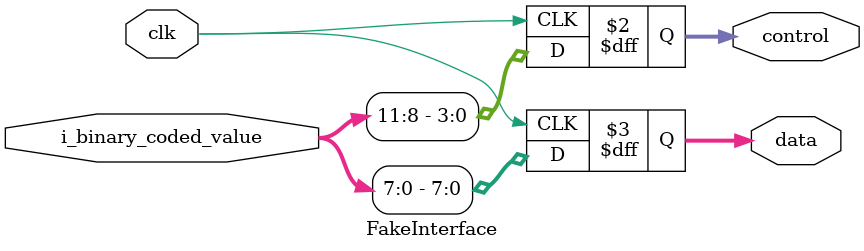
<source format=v>
`timescale 10ns / 100ps

module FakeInterface (
    input clk,
    input [15:0] i_binary_coded_value,
    output reg [3:0] control,
    output reg [7:0] data);

    always @ ( posedge clk ) begin
        control <= i_binary_coded_value[11:8];
        data <= i_binary_coded_value[7:0];
    end

endmodule
</source>
